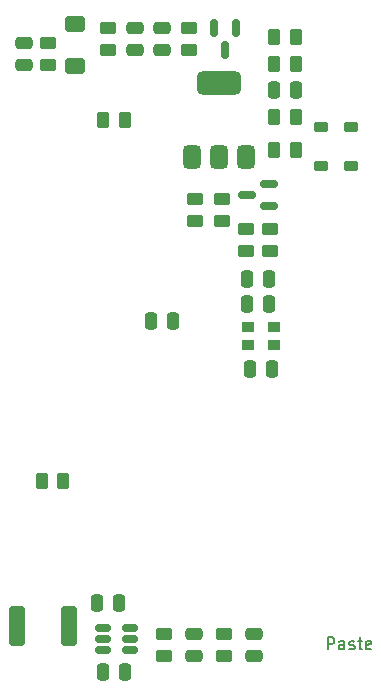
<source format=gbr>
%TF.GenerationSoftware,KiCad,Pcbnew,8.0.1*%
%TF.CreationDate,2024-04-26T00:23:44+02:00*%
%TF.ProjectId,controller_lpc1115_2MU_v1.04,636f6e74-726f-46c6-9c65-725f6c706331,rev?*%
%TF.SameCoordinates,Original*%
%TF.FileFunction,Paste,Top*%
%TF.FilePolarity,Positive*%
%FSLAX46Y46*%
G04 Gerber Fmt 4.6, Leading zero omitted, Abs format (unit mm)*
G04 Created by KiCad (PCBNEW 8.0.1) date 2024-04-26 00:23:44*
%MOMM*%
%LPD*%
G01*
G04 APERTURE LIST*
G04 Aperture macros list*
%AMRoundRect*
0 Rectangle with rounded corners*
0 $1 Rounding radius*
0 $2 $3 $4 $5 $6 $7 $8 $9 X,Y pos of 4 corners*
0 Add a 4 corners polygon primitive as box body*
4,1,4,$2,$3,$4,$5,$6,$7,$8,$9,$2,$3,0*
0 Add four circle primitives for the rounded corners*
1,1,$1+$1,$2,$3*
1,1,$1+$1,$4,$5*
1,1,$1+$1,$6,$7*
1,1,$1+$1,$8,$9*
0 Add four rect primitives between the rounded corners*
20,1,$1+$1,$2,$3,$4,$5,0*
20,1,$1+$1,$4,$5,$6,$7,0*
20,1,$1+$1,$6,$7,$8,$9,0*
20,1,$1+$1,$8,$9,$2,$3,0*%
G04 Aperture macros list end*
%ADD10C,0.150000*%
%ADD11RoundRect,0.250000X-0.450000X0.262500X-0.450000X-0.262500X0.450000X-0.262500X0.450000X0.262500X0*%
%ADD12RoundRect,0.250000X0.262500X0.450000X-0.262500X0.450000X-0.262500X-0.450000X0.262500X-0.450000X0*%
%ADD13RoundRect,0.250000X-0.475000X0.250000X-0.475000X-0.250000X0.475000X-0.250000X0.475000X0.250000X0*%
%ADD14RoundRect,0.150000X0.512500X0.150000X-0.512500X0.150000X-0.512500X-0.150000X0.512500X-0.150000X0*%
%ADD15RoundRect,0.250000X-0.250000X-0.475000X0.250000X-0.475000X0.250000X0.475000X-0.250000X0.475000X0*%
%ADD16RoundRect,0.375000X0.375000X-0.625000X0.375000X0.625000X-0.375000X0.625000X-0.375000X-0.625000X0*%
%ADD17RoundRect,0.500000X1.400000X-0.500000X1.400000X0.500000X-1.400000X0.500000X-1.400000X-0.500000X0*%
%ADD18RoundRect,0.250000X0.250000X0.475000X-0.250000X0.475000X-0.250000X-0.475000X0.250000X-0.475000X0*%
%ADD19RoundRect,0.225000X-0.375000X0.225000X-0.375000X-0.225000X0.375000X-0.225000X0.375000X0.225000X0*%
%ADD20RoundRect,0.250000X-0.262500X-0.450000X0.262500X-0.450000X0.262500X0.450000X-0.262500X0.450000X0*%
%ADD21R,1.000000X0.900000*%
%ADD22RoundRect,0.250000X0.400000X1.450000X-0.400000X1.450000X-0.400000X-1.450000X0.400000X-1.450000X0*%
%ADD23RoundRect,0.250000X0.600000X-0.400000X0.600000X0.400000X-0.600000X0.400000X-0.600000X-0.400000X0*%
%ADD24RoundRect,0.250000X0.475000X-0.250000X0.475000X0.250000X-0.475000X0.250000X-0.475000X-0.250000X0*%
%ADD25RoundRect,0.250000X0.450000X-0.262500X0.450000X0.262500X-0.450000X0.262500X-0.450000X-0.262500X0*%
%ADD26RoundRect,0.150000X-0.150000X0.587500X-0.150000X-0.587500X0.150000X-0.587500X0.150000X0.587500X0*%
%ADD27RoundRect,0.150000X0.587500X0.150000X-0.587500X0.150000X-0.587500X-0.150000X0.587500X-0.150000X0*%
G04 APERTURE END LIST*
D10*
X160080553Y-131695819D02*
X160080553Y-130695819D01*
X160080553Y-130695819D02*
X160461505Y-130695819D01*
X160461505Y-130695819D02*
X160556743Y-130743438D01*
X160556743Y-130743438D02*
X160604362Y-130791057D01*
X160604362Y-130791057D02*
X160651981Y-130886295D01*
X160651981Y-130886295D02*
X160651981Y-131029152D01*
X160651981Y-131029152D02*
X160604362Y-131124390D01*
X160604362Y-131124390D02*
X160556743Y-131172009D01*
X160556743Y-131172009D02*
X160461505Y-131219628D01*
X160461505Y-131219628D02*
X160080553Y-131219628D01*
X161509124Y-131695819D02*
X161509124Y-131172009D01*
X161509124Y-131172009D02*
X161461505Y-131076771D01*
X161461505Y-131076771D02*
X161366267Y-131029152D01*
X161366267Y-131029152D02*
X161175791Y-131029152D01*
X161175791Y-131029152D02*
X161080553Y-131076771D01*
X161509124Y-131648200D02*
X161413886Y-131695819D01*
X161413886Y-131695819D02*
X161175791Y-131695819D01*
X161175791Y-131695819D02*
X161080553Y-131648200D01*
X161080553Y-131648200D02*
X161032934Y-131552961D01*
X161032934Y-131552961D02*
X161032934Y-131457723D01*
X161032934Y-131457723D02*
X161080553Y-131362485D01*
X161080553Y-131362485D02*
X161175791Y-131314866D01*
X161175791Y-131314866D02*
X161413886Y-131314866D01*
X161413886Y-131314866D02*
X161509124Y-131267247D01*
X161937696Y-131648200D02*
X162032934Y-131695819D01*
X162032934Y-131695819D02*
X162223410Y-131695819D01*
X162223410Y-131695819D02*
X162318648Y-131648200D01*
X162318648Y-131648200D02*
X162366267Y-131552961D01*
X162366267Y-131552961D02*
X162366267Y-131505342D01*
X162366267Y-131505342D02*
X162318648Y-131410104D01*
X162318648Y-131410104D02*
X162223410Y-131362485D01*
X162223410Y-131362485D02*
X162080553Y-131362485D01*
X162080553Y-131362485D02*
X161985315Y-131314866D01*
X161985315Y-131314866D02*
X161937696Y-131219628D01*
X161937696Y-131219628D02*
X161937696Y-131172009D01*
X161937696Y-131172009D02*
X161985315Y-131076771D01*
X161985315Y-131076771D02*
X162080553Y-131029152D01*
X162080553Y-131029152D02*
X162223410Y-131029152D01*
X162223410Y-131029152D02*
X162318648Y-131076771D01*
X162651982Y-131029152D02*
X163032934Y-131029152D01*
X162794839Y-130695819D02*
X162794839Y-131552961D01*
X162794839Y-131552961D02*
X162842458Y-131648200D01*
X162842458Y-131648200D02*
X162937696Y-131695819D01*
X162937696Y-131695819D02*
X163032934Y-131695819D01*
X163747220Y-131648200D02*
X163651982Y-131695819D01*
X163651982Y-131695819D02*
X163461506Y-131695819D01*
X163461506Y-131695819D02*
X163366268Y-131648200D01*
X163366268Y-131648200D02*
X163318649Y-131552961D01*
X163318649Y-131552961D02*
X163318649Y-131172009D01*
X163318649Y-131172009D02*
X163366268Y-131076771D01*
X163366268Y-131076771D02*
X163461506Y-131029152D01*
X163461506Y-131029152D02*
X163651982Y-131029152D01*
X163651982Y-131029152D02*
X163747220Y-131076771D01*
X163747220Y-131076771D02*
X163794839Y-131172009D01*
X163794839Y-131172009D02*
X163794839Y-131267247D01*
X163794839Y-131267247D02*
X163318649Y-131362485D01*
D11*
%TO.C,R10*%
X141478000Y-79097500D03*
X141478000Y-80922500D03*
%TD*%
D12*
%TO.C,R21*%
X142898500Y-86868000D03*
X141073500Y-86868000D03*
%TD*%
D13*
%TO.C,C8*%
X146050000Y-79060000D03*
X146050000Y-80960000D03*
%TD*%
D14*
%TO.C,U1*%
X143377500Y-131760000D03*
X143377500Y-130810000D03*
X143377500Y-129860000D03*
X141102500Y-129860000D03*
X141102500Y-130810000D03*
X141102500Y-131760000D03*
%TD*%
D15*
%TO.C,C6*%
X145100000Y-103886000D03*
X147000000Y-103886000D03*
%TD*%
D16*
%TO.C,Q1*%
X148576000Y-90018000D03*
X150876000Y-90018000D03*
D17*
X150876000Y-83718000D03*
D16*
X153176000Y-90018000D03*
%TD*%
D18*
%TO.C,C2*%
X155128000Y-100330000D03*
X153228000Y-100330000D03*
%TD*%
D11*
%TO.C,R11*%
X148844000Y-93575500D03*
X148844000Y-95400500D03*
%TD*%
D19*
%TO.C,D3*%
X159512000Y-87504000D03*
X159512000Y-90804000D03*
%TD*%
%TO.C,D2*%
X162052000Y-87504000D03*
X162052000Y-90804000D03*
%TD*%
D18*
%TO.C,C12*%
X142428000Y-127762000D03*
X140528000Y-127762000D03*
%TD*%
D11*
%TO.C,R23*%
X146228750Y-130418375D03*
X146228750Y-132243375D03*
%TD*%
D20*
%TO.C,R7*%
X155551500Y-79883000D03*
X157376500Y-79883000D03*
%TD*%
%TO.C,R12*%
X155551500Y-86614000D03*
X157376500Y-86614000D03*
%TD*%
D21*
%TO.C,X1*%
X153357000Y-105931000D03*
X155507000Y-105931000D03*
X155507000Y-104381000D03*
X153357000Y-104381000D03*
%TD*%
D22*
%TO.C,L1*%
X138216600Y-129692400D03*
X133766600Y-129692400D03*
%TD*%
D23*
%TO.C,D1*%
X138684000Y-82268000D03*
X138684000Y-78768000D03*
%TD*%
D11*
%TO.C,R4*%
X151130000Y-93575500D03*
X151130000Y-95400500D03*
%TD*%
D20*
%TO.C,R8*%
X155551500Y-82169000D03*
X157376500Y-82169000D03*
%TD*%
D24*
%TO.C,C7*%
X153848750Y-132280875D03*
X153848750Y-130380875D03*
%TD*%
D12*
%TO.C,R13*%
X137691500Y-117475000D03*
X135866500Y-117475000D03*
%TD*%
D20*
%TO.C,R3*%
X155551500Y-89408000D03*
X157376500Y-89408000D03*
%TD*%
D25*
%TO.C,R9*%
X148336000Y-80922500D03*
X148336000Y-79097500D03*
%TD*%
D18*
%TO.C,C11*%
X155382000Y-107950000D03*
X153482000Y-107950000D03*
%TD*%
D25*
%TO.C,R22*%
X151308750Y-132243375D03*
X151308750Y-130418375D03*
%TD*%
D26*
%TO.C,Q3*%
X152334000Y-79072500D03*
X150434000Y-79072500D03*
X151384000Y-80947500D03*
%TD*%
D25*
%TO.C,R6*%
X153162000Y-97940500D03*
X153162000Y-96115500D03*
%TD*%
D11*
%TO.C,R17*%
X155194000Y-96115500D03*
X155194000Y-97940500D03*
%TD*%
D13*
%TO.C,C20*%
X134366000Y-80330000D03*
X134366000Y-82230000D03*
%TD*%
D18*
%TO.C,C18*%
X155128000Y-102439950D03*
X153228000Y-102439950D03*
%TD*%
D27*
%TO.C,Q2*%
X155115500Y-94168000D03*
X155115500Y-92268000D03*
X153240500Y-93218000D03*
%TD*%
D18*
%TO.C,C17*%
X142936000Y-133604000D03*
X141036000Y-133604000D03*
%TD*%
%TO.C,C1*%
X157414000Y-84328000D03*
X155514000Y-84328000D03*
%TD*%
D13*
%TO.C,C9*%
X143764000Y-79060000D03*
X143764000Y-80960000D03*
%TD*%
D24*
%TO.C,C16*%
X148768750Y-132280875D03*
X148768750Y-130380875D03*
%TD*%
D25*
%TO.C,R16*%
X136398000Y-82192500D03*
X136398000Y-80367500D03*
%TD*%
M02*

</source>
